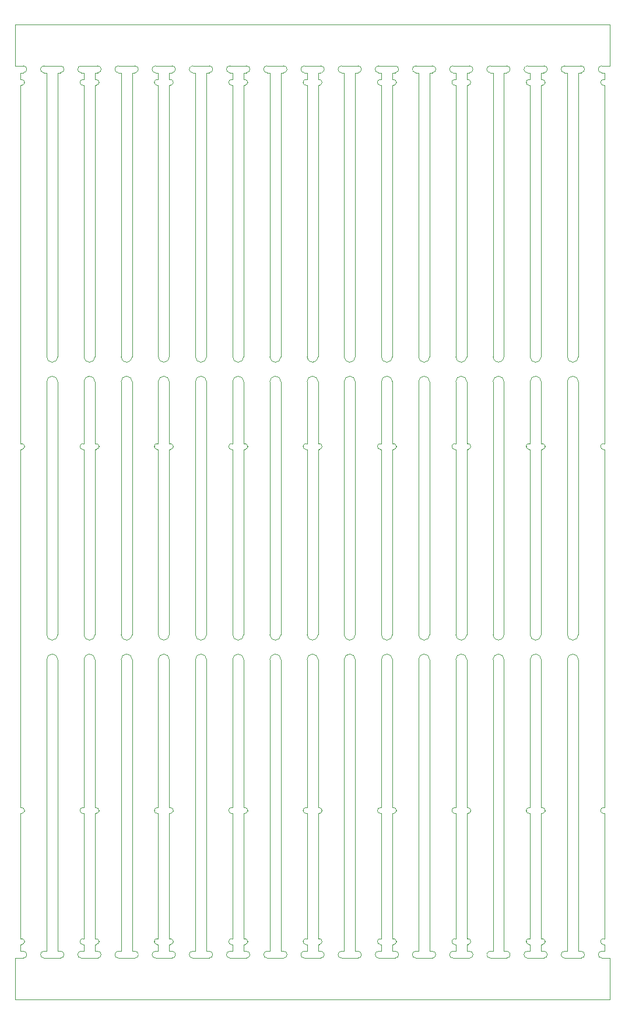
<source format=gbr>
%TF.GenerationSoftware,KiCad,Pcbnew,9.0.3*%
%TF.CreationDate,2025-08-08T13:41:27-04:00*%
%TF.ProjectId,flowstick_led_strip_panel_6p,666c6f77-7374-4696-936b-5f6c65645f73,rev?*%
%TF.SameCoordinates,Original*%
%TF.FileFunction,Profile,NP*%
%FSLAX46Y46*%
G04 Gerber Fmt 4.6, Leading zero omitted, Abs format (unit mm)*
G04 Created by KiCad (PCBNEW 9.0.3) date 2025-08-08 13:41:27*
%MOMM*%
%LPD*%
G01*
G04 APERTURE LIST*
%TA.AperFunction,Profile*%
%ADD10C,0.050000*%
%TD*%
G04 APERTURE END LIST*
D10*
X51370000Y-152979999D02*
X51370000Y-153020001D01*
X51370000Y-153020001D02*
G75*
G02*
X50970002Y-153420000I-400000J1D01*
G01*
X88600000Y-27000000D02*
X88600000Y-68200000D01*
X115600000Y-81620000D02*
X115770002Y-81620000D01*
X70800000Y-134420000D02*
X70629999Y-134420000D01*
X103029999Y-81620000D02*
G75*
G02*
X102630000Y-81220000I1J400000D01*
G01*
X78200000Y-154400000D02*
G75*
G02*
X78200000Y-155400000I0J-500000D01*
G01*
X94000000Y-152580000D02*
X94170001Y-152580000D01*
X113600000Y-27000000D02*
G75*
G02*
X113600000Y-26000000I0J500000D01*
G01*
X103200000Y-27000000D02*
X103200000Y-27980000D01*
X110200000Y-112100000D02*
X110200000Y-154400000D01*
X94400000Y-26000000D02*
G75*
G02*
X94400000Y-27000000I0J-500000D01*
G01*
X70800000Y-27000000D02*
X70800000Y-27980000D01*
X61600000Y-112100000D02*
X61600000Y-133580000D01*
X61600000Y-81620000D02*
X61770002Y-81620000D01*
X103029999Y-28820000D02*
G75*
G02*
X102630000Y-28420000I1J400000D01*
G01*
X70800000Y-133580000D02*
X70629999Y-133580000D01*
X104970001Y-80780000D02*
G75*
G02*
X105370000Y-81179999I-1J-400000D01*
G01*
X126970000Y-153020001D02*
G75*
G02*
X126570002Y-153420000I-400000J1D01*
G01*
X102800000Y-27000000D02*
G75*
G02*
X102800000Y-26000000I0J500000D01*
G01*
X126400000Y-153420000D02*
X126570002Y-153420000D01*
X116170000Y-81179999D02*
X116170000Y-81220001D01*
X70230000Y-133979999D02*
G75*
G02*
X70629999Y-133580000I400000J-1D01*
G01*
X51200000Y-154400000D02*
G75*
G02*
X51200000Y-155400000I0J-500000D01*
G01*
X131800000Y-27000000D02*
X131800000Y-68200000D01*
X135600000Y-81620000D02*
X135600000Y-112100000D01*
X103200000Y-153420000D02*
X103029999Y-153420000D01*
X60000000Y-27980000D02*
X59829999Y-27980000D01*
X135200000Y-155400000D02*
G75*
G02*
X135200000Y-154400000I0J500000D01*
G01*
X105370000Y-152979999D02*
X105370000Y-153020001D01*
X115600000Y-112100000D02*
X115600000Y-133580000D01*
X116170000Y-28420001D02*
G75*
G02*
X115770002Y-28820000I-400000J1D01*
G01*
X135600000Y-112100000D02*
X135600000Y-133580000D01*
X125600000Y-26000000D02*
X124400000Y-26000000D01*
X83200000Y-28820000D02*
X83200000Y-68200000D01*
X94000000Y-27000000D02*
X94000000Y-27980000D01*
X135600000Y-80780000D02*
X135429999Y-80780000D01*
X135030000Y-81179999D02*
X135030000Y-81220000D01*
X131800000Y-71800000D02*
X131800000Y-108500000D01*
X102630000Y-81179999D02*
G75*
G02*
X103029999Y-80780000I400000J-1D01*
G01*
X89000000Y-26000000D02*
G75*
G02*
X89000000Y-27000000I0J-500000D01*
G01*
X114000000Y-112100000D02*
X114000000Y-133580000D01*
X51370000Y-133979999D02*
X51370000Y-134020001D01*
X62170000Y-81220001D02*
G75*
G02*
X61770002Y-81620000I-400000J1D01*
G01*
X56200000Y-27000000D02*
X56200000Y-68200000D01*
X104970001Y-27980000D02*
G75*
G02*
X105370000Y-28379999I-1J-400000D01*
G01*
X119400000Y-112100000D02*
X119400000Y-154400000D01*
X67400000Y-26000000D02*
X66200000Y-26000000D01*
X94000000Y-153420000D02*
X94170002Y-153420000D01*
X115770001Y-152580000D02*
G75*
G02*
X116170000Y-152979999I-1J-400000D01*
G01*
X56600000Y-154400000D02*
G75*
G02*
X56600000Y-155400000I0J-500000D01*
G01*
X77000000Y-155400000D02*
X78200000Y-155400000D01*
X99800000Y-26000000D02*
X98600000Y-26000000D01*
X50800000Y-134420000D02*
X50970002Y-134420000D01*
X62000000Y-26000000D02*
X60800000Y-26000000D01*
X81429999Y-28820000D02*
G75*
G02*
X81030000Y-28420000I1J400000D01*
G01*
X115770001Y-27980000D02*
G75*
G02*
X116170000Y-28379999I-1J-400000D01*
G01*
X50800000Y-71800000D02*
X50800000Y-80780000D01*
X72800000Y-154400000D02*
G75*
G02*
X72800000Y-155400000I0J-500000D01*
G01*
X114000000Y-133580000D02*
X113829999Y-133580000D01*
X126970000Y-133979999D02*
X126970000Y-134020001D01*
X105370000Y-153020001D02*
G75*
G02*
X104970002Y-153420000I-400000J1D01*
G01*
X67000000Y-27000000D02*
X67000000Y-68200000D01*
X70400000Y-154400000D02*
X70800000Y-154400000D01*
X67400000Y-26000000D02*
G75*
G02*
X67400000Y-27000000I0J-500000D01*
G01*
X70800000Y-71800000D02*
X70800000Y-80780000D01*
X72400000Y-81620000D02*
X72400000Y-108500000D01*
X70400000Y-155400000D02*
G75*
G02*
X70400000Y-154400000I0J500000D01*
G01*
X132200000Y-27000000D02*
X131800000Y-27000000D01*
X135200000Y-154400000D02*
X135600000Y-154400000D01*
X72400000Y-133580000D02*
X72570001Y-133580000D01*
X116170000Y-28379999D02*
X116170000Y-28420001D01*
X50800000Y-27980000D02*
X50970001Y-27980000D01*
X70800000Y-134420000D02*
X70800000Y-152580000D01*
X66200000Y-26000000D02*
X65000000Y-26000000D01*
X65000000Y-155400000D02*
X66200000Y-155400000D01*
X114000000Y-134420000D02*
X113829999Y-134420000D01*
X135200000Y-155400000D02*
X136400000Y-155400000D01*
X103200000Y-27980000D02*
X103029999Y-27980000D01*
X135600000Y-134420000D02*
X135600000Y-152580000D01*
X82400000Y-155400000D02*
X83600000Y-155400000D01*
X103200000Y-81620000D02*
X103029999Y-81620000D01*
X83370001Y-27980000D02*
G75*
G02*
X83770000Y-28379999I-1J-400000D01*
G01*
X94570000Y-28420001D02*
G75*
G02*
X94170002Y-28820000I-400000J1D01*
G01*
X104800000Y-27980000D02*
X104970001Y-27980000D01*
X83200000Y-153420000D02*
X83370002Y-153420000D01*
X94570000Y-152979999D02*
X94570000Y-153020001D01*
X126400000Y-27980000D02*
X126570001Y-27980000D01*
X104800000Y-153420000D02*
X104800000Y-154400000D01*
X126970000Y-134020001D02*
G75*
G02*
X126570002Y-134420000I-400000J1D01*
G01*
X124800000Y-81620000D02*
X124629999Y-81620000D01*
X94000000Y-112100000D02*
X94000000Y-133580000D01*
X83200000Y-153420000D02*
X83200000Y-154400000D01*
X94170001Y-80780000D02*
G75*
G02*
X94570000Y-81179999I-1J-400000D01*
G01*
X51370000Y-81220001D02*
G75*
G02*
X50970002Y-81620000I-400000J1D01*
G01*
X60000000Y-81620000D02*
X60000000Y-108500000D01*
X113430000Y-81179999D02*
X113430000Y-81220000D01*
X115600000Y-153420000D02*
X115770002Y-153420000D01*
X83600000Y-26000000D02*
G75*
G02*
X83600000Y-27000000I0J-500000D01*
G01*
X126800000Y-26000000D02*
X125600000Y-26000000D01*
X51370000Y-81179999D02*
X51370000Y-81220001D01*
X116000000Y-26000000D02*
G75*
G02*
X116000000Y-27000000I0J-500000D01*
G01*
X70800000Y-80780000D02*
X70629999Y-80780000D01*
X62170000Y-152979999D02*
X62170000Y-153020001D01*
X114000000Y-28820000D02*
X113829999Y-28820000D01*
X104000000Y-155400000D02*
X105200000Y-155400000D01*
X102800000Y-27000000D02*
X103200000Y-27000000D01*
X70230000Y-28379999D02*
G75*
G02*
X70629999Y-27980000I400000J-1D01*
G01*
X97400000Y-155400000D02*
X98600000Y-155400000D01*
X81600000Y-112100000D02*
X81600000Y-133580000D01*
X104800000Y-152580000D02*
X104970001Y-152580000D01*
X83770000Y-134020001D02*
G75*
G02*
X83370002Y-134420000I-400000J1D01*
G01*
X59600000Y-155400000D02*
G75*
G02*
X59600000Y-154400000I0J500000D01*
G01*
X129800000Y-27000000D02*
X130200000Y-27000000D01*
X81200000Y-155400000D02*
G75*
G02*
X81200000Y-154400000I0J500000D01*
G01*
X72400000Y-80780000D02*
X72570001Y-80780000D01*
X113600000Y-155400000D02*
X114800000Y-155400000D01*
X83200000Y-81620000D02*
X83370002Y-81620000D01*
X105370000Y-28379999D02*
X105370000Y-28420001D01*
X103200000Y-28820000D02*
X103029999Y-28820000D01*
X135429999Y-81620000D02*
G75*
G02*
X135030000Y-81220000I1J400000D01*
G01*
X129800000Y-154400000D02*
X130200000Y-154400000D01*
X126970000Y-28379999D02*
X126970000Y-28420001D01*
X108600000Y-27000000D02*
X108600000Y-68200000D01*
X94000000Y-71800000D02*
X94000000Y-80780000D01*
X105370000Y-28420001D02*
G75*
G02*
X104970002Y-28820000I-400000J1D01*
G01*
X124800000Y-152580000D02*
X124629999Y-152580000D01*
X50800000Y-28820000D02*
X50970002Y-28820000D01*
X124800000Y-134420000D02*
X124629999Y-134420000D01*
X82400000Y-26000000D02*
X81200000Y-26000000D01*
X92400000Y-134420000D02*
X92400000Y-152580000D01*
X115600000Y-154400000D02*
X116000000Y-154400000D01*
X108200000Y-155400000D02*
X109400000Y-155400000D01*
X124800000Y-134420000D02*
X124800000Y-152580000D01*
X88600000Y-112100000D02*
X88600000Y-154400000D01*
X67400000Y-27000000D02*
X67000000Y-27000000D01*
X61600000Y-153420000D02*
X61600000Y-154400000D01*
X102800000Y-155400000D02*
G75*
G02*
X102800000Y-154400000I0J500000D01*
G01*
X81600000Y-133580000D02*
X81429999Y-133580000D01*
X108200000Y-154400000D02*
X108600000Y-154400000D01*
X114000000Y-71800000D02*
X114000000Y-80780000D01*
X126570001Y-152580000D02*
G75*
G02*
X126970000Y-152979999I-1J-400000D01*
G01*
X94000000Y-28820000D02*
X94170002Y-28820000D01*
X135600000Y-71800000D02*
X135600000Y-80780000D01*
X124800000Y-112100000D02*
X124800000Y-133580000D01*
X61600000Y-153420000D02*
X61770002Y-153420000D01*
X50800000Y-153420000D02*
X50970002Y-153420000D01*
X59600000Y-27000000D02*
X60000000Y-27000000D01*
X94570000Y-133979999D02*
X94570000Y-134020001D01*
X124629999Y-81620000D02*
G75*
G02*
X124230000Y-81220000I1J400000D01*
G01*
X61600000Y-81620000D02*
X61600000Y-108500000D01*
X135600000Y-27980000D02*
X135429999Y-27980000D01*
X60800000Y-26000000D02*
X59600000Y-26000000D01*
X115770001Y-133580000D02*
G75*
G02*
X116170000Y-133979999I-1J-400000D01*
G01*
X110600000Y-154400000D02*
G75*
G02*
X110600000Y-155400000I0J-500000D01*
G01*
X70800000Y-81620000D02*
X70629999Y-81620000D01*
X116170000Y-134020001D02*
G75*
G02*
X115770002Y-134420000I-400000J1D01*
G01*
X126970000Y-81220001D02*
G75*
G02*
X126570002Y-81620000I-400000J1D01*
G01*
X102630000Y-133979999D02*
G75*
G02*
X103029999Y-133580000I400000J-1D01*
G01*
X104800000Y-154400000D02*
X105200000Y-154400000D01*
X72970000Y-28379999D02*
X72970000Y-28420001D01*
X135030000Y-28379999D02*
X135030000Y-28420000D01*
X61770001Y-27980000D02*
G75*
G02*
X62170000Y-28379999I-1J-400000D01*
G01*
X51370000Y-28420001D02*
G75*
G02*
X50970002Y-28820000I-400000J1D01*
G01*
X115600000Y-153420000D02*
X115600000Y-154400000D01*
X108600000Y-71800000D02*
X108600018Y-108494634D01*
X61600000Y-80780000D02*
X61770001Y-80780000D01*
X124629999Y-134420000D02*
G75*
G02*
X124230000Y-134020000I1J400000D01*
G01*
X116170000Y-152979999D02*
X116170000Y-153020001D01*
X81030000Y-28379999D02*
X81030000Y-28420000D01*
X72400000Y-152580000D02*
X72570001Y-152580000D01*
X54200000Y-27000000D02*
G75*
G02*
X54200000Y-26000000I0J500000D01*
G01*
X83770000Y-153020001D02*
G75*
G02*
X83370002Y-153420000I-400000J1D01*
G01*
X72400000Y-134420000D02*
X72570002Y-134420000D01*
X121000000Y-112100000D02*
X121000000Y-154400000D01*
X124629999Y-28820000D02*
G75*
G02*
X124230000Y-28420000I1J400000D01*
G01*
X103029999Y-153420000D02*
G75*
G02*
X102630000Y-153020000I1J400000D01*
G01*
X102630000Y-133979999D02*
X102630000Y-134020000D01*
X70400000Y-155400000D02*
X71600000Y-155400000D01*
X51370000Y-134020001D02*
G75*
G02*
X50970002Y-134420000I-400000J1D01*
G01*
X126570001Y-27980000D02*
G75*
G02*
X126970000Y-28379999I-1J-400000D01*
G01*
X124800000Y-27000000D02*
X124800000Y-27980000D01*
X72400000Y-134420000D02*
X72400000Y-152580000D01*
X88600000Y-71800000D02*
X88600000Y-108500000D01*
X89000000Y-26000000D02*
X87800000Y-26000000D01*
X102800000Y-154400000D02*
X103200000Y-154400000D01*
X72970000Y-134020001D02*
G75*
G02*
X72570002Y-134420000I-400000J1D01*
G01*
X51200000Y-27000000D02*
X50800000Y-27000000D01*
X124400000Y-155400000D02*
G75*
G02*
X124400000Y-154400000I0J500000D01*
G01*
X61600000Y-133580000D02*
X61770001Y-133580000D01*
X87000000Y-112100000D02*
X87000000Y-154400000D01*
X94400000Y-26000000D02*
X93200000Y-26000000D01*
X114000000Y-134420000D02*
X114000000Y-152580000D01*
X113430000Y-133979999D02*
G75*
G02*
X113829999Y-133580000I400000J-1D01*
G01*
X92400000Y-153420000D02*
X92229999Y-153420000D01*
X89000000Y-27000000D02*
X88600000Y-27000000D01*
X65400000Y-112100000D02*
X65400000Y-154400000D01*
X92000000Y-154400000D02*
X92400000Y-154400000D01*
X126570001Y-80780000D02*
G75*
G02*
X126970000Y-81179999I-1J-400000D01*
G01*
X92400000Y-134420000D02*
X92229999Y-134420000D01*
X94570000Y-81220001D02*
G75*
G02*
X94170002Y-81620000I-400000J1D01*
G01*
X97800000Y-71800000D02*
X97800018Y-108494634D01*
X99800000Y-154400000D02*
G75*
G02*
X99800000Y-155400000I0J-500000D01*
G01*
X62170000Y-28379999D02*
X62170000Y-28420001D01*
X126400000Y-28820000D02*
X126400000Y-68200000D01*
X105370000Y-81220001D02*
G75*
G02*
X104970002Y-81620000I-400000J1D01*
G01*
X103200000Y-71800000D02*
X103200000Y-80780000D01*
X135030000Y-28379999D02*
G75*
G02*
X135429999Y-27980000I400000J-1D01*
G01*
X50970001Y-27980000D02*
G75*
G02*
X51370000Y-28379999I-1J-400000D01*
G01*
X126400000Y-133580000D02*
X126570001Y-133580000D01*
X114000000Y-28820000D02*
X114000000Y-68200000D01*
X70800000Y-27980000D02*
X70629999Y-27980000D01*
X126800000Y-154400000D02*
G75*
G02*
X126800000Y-155400000I0J-500000D01*
G01*
X115600000Y-134420000D02*
X115600000Y-152580000D01*
X92229999Y-153420000D02*
G75*
G02*
X91830000Y-153020000I1J400000D01*
G01*
X124230000Y-152979999D02*
G75*
G02*
X124629999Y-152580000I400000J-1D01*
G01*
X65400000Y-71800000D02*
X65400018Y-108494634D01*
X86600000Y-154400000D02*
X87000000Y-154400000D01*
X59600000Y-27000000D02*
G75*
G02*
X59600000Y-26000000I0J500000D01*
G01*
X114000000Y-27000000D02*
X114000000Y-27980000D01*
X92000000Y-27000000D02*
G75*
G02*
X92000000Y-26000000I0J500000D01*
G01*
X59430000Y-81179999D02*
G75*
G02*
X59829999Y-80780000I400000J-1D01*
G01*
X56200000Y-71800000D02*
X56200000Y-108500000D01*
X81030000Y-133979999D02*
G75*
G02*
X81429999Y-133580000I400000J-1D01*
G01*
X83370001Y-152580000D02*
G75*
G02*
X83770000Y-152979999I-1J-400000D01*
G01*
X92400000Y-28820000D02*
X92229999Y-28820000D01*
X50800000Y-154400000D02*
X51200000Y-154400000D01*
X54600000Y-71800000D02*
X54600018Y-108494634D01*
X92400000Y-153420000D02*
X92400000Y-154400000D01*
X83200000Y-27000000D02*
X83200000Y-27980000D01*
X50800000Y-80780000D02*
X50970001Y-80780000D01*
X126400000Y-80780000D02*
X126570001Y-80780000D01*
X135600000Y-81620000D02*
X135429999Y-81620000D01*
X81600000Y-80780000D02*
X81429999Y-80780000D01*
X87000000Y-27000000D02*
X87000000Y-68200000D01*
X94170001Y-133580000D02*
G75*
G02*
X94570000Y-133979999I-1J-400000D01*
G01*
X72970000Y-28420001D02*
G75*
G02*
X72570002Y-28820000I-400000J1D01*
G01*
X72970000Y-153020001D02*
G75*
G02*
X72570002Y-153420000I-400000J1D01*
G01*
X114000000Y-80780000D02*
X113829999Y-80780000D01*
X115600000Y-134420000D02*
X115770002Y-134420000D01*
X60000000Y-71800000D02*
X60000000Y-80780000D01*
X132200000Y-154400000D02*
G75*
G02*
X132200000Y-155400000I0J-500000D01*
G01*
X135600000Y-133580000D02*
X135429999Y-133580000D01*
X72570001Y-80780000D02*
G75*
G02*
X72970000Y-81179999I-1J-400000D01*
G01*
X94170001Y-27980000D02*
G75*
G02*
X94570000Y-28379999I-1J-400000D01*
G01*
X92400000Y-27000000D02*
X92400000Y-27980000D01*
X92229999Y-28820000D02*
G75*
G02*
X91830000Y-28420000I1J400000D01*
G01*
X113600000Y-155400000D02*
G75*
G02*
X113600000Y-154400000I0J500000D01*
G01*
X86600000Y-27000000D02*
G75*
G02*
X86600000Y-26000000I0J500000D01*
G01*
X78200000Y-26000000D02*
G75*
G02*
X78200000Y-27000000I0J-500000D01*
G01*
X129800000Y-27000000D02*
G75*
G02*
X129800000Y-26000000I0J500000D01*
G01*
X81600000Y-153420000D02*
X81429999Y-153420000D01*
X83600000Y-27000000D02*
X83200000Y-27000000D01*
X109400000Y-155400000D02*
X110600000Y-155400000D01*
X83200000Y-71800000D02*
X83200000Y-80780000D01*
X62000000Y-27000000D02*
X61600000Y-27000000D01*
X50800000Y-134420000D02*
X50800000Y-152580000D01*
X92000000Y-155400000D02*
X93200000Y-155400000D01*
X135429999Y-28820000D02*
G75*
G02*
X135030000Y-28420000I1J400000D01*
G01*
X124800000Y-27980000D02*
X124629999Y-27980000D01*
X81600000Y-81620000D02*
X81600000Y-108500000D01*
X126800000Y-26000000D02*
G75*
G02*
X126800000Y-27000000I0J-500000D01*
G01*
X104000000Y-26000000D02*
X102800000Y-26000000D01*
X99800000Y-26000000D02*
G75*
G02*
X99800000Y-27000000I0J-500000D01*
G01*
X91830000Y-133979999D02*
G75*
G02*
X92229999Y-133580000I400000J-1D01*
G01*
X83770000Y-152979999D02*
X83770000Y-153020001D01*
X103200000Y-28820000D02*
X103200000Y-68200000D01*
X59430000Y-152979999D02*
X59430000Y-153020000D01*
X135030000Y-152979999D02*
X135030000Y-153020000D01*
X81030000Y-81179999D02*
G75*
G02*
X81429999Y-80780000I400000J-1D01*
G01*
X70230000Y-81179999D02*
G75*
G02*
X70629999Y-80780000I400000J-1D01*
G01*
X81600000Y-28820000D02*
X81600000Y-68200000D01*
X105200000Y-26000000D02*
X104000000Y-26000000D01*
X83200000Y-80780000D02*
X83370001Y-80780000D01*
X66200000Y-155400000D02*
X67400000Y-155400000D01*
X83200000Y-152580000D02*
X83370001Y-152580000D01*
X92400000Y-81620000D02*
X92400000Y-108500000D01*
X114000000Y-152580000D02*
X113829999Y-152580000D01*
X92400000Y-80780000D02*
X92229999Y-80780000D01*
X77800000Y-71800000D02*
X77800000Y-108500000D01*
X56600000Y-26000000D02*
G75*
G02*
X56600000Y-27000000I0J-500000D01*
G01*
X116170000Y-153020001D02*
G75*
G02*
X115770002Y-153420000I-400000J1D01*
G01*
X72800000Y-26000000D02*
G75*
G02*
X72800000Y-27000000I0J-500000D01*
G01*
X81030000Y-133979999D02*
X81030000Y-134020000D01*
X102630000Y-81179999D02*
X102630000Y-81220000D01*
X103200000Y-134420000D02*
X103029999Y-134420000D01*
X86600000Y-155400000D02*
G75*
G02*
X86600000Y-154400000I0J500000D01*
G01*
X56600000Y-26000000D02*
X55400000Y-26000000D01*
X50800000Y-81620000D02*
X50970002Y-81620000D01*
X93200000Y-26000000D02*
X92000000Y-26000000D01*
X60000000Y-112100000D02*
X60000000Y-133580000D01*
X70800000Y-28820000D02*
X70629999Y-28820000D01*
X113430000Y-133979999D02*
X113430000Y-134020000D01*
X119000000Y-154400000D02*
X119400000Y-154400000D01*
X131000000Y-155400000D02*
X132200000Y-155400000D01*
X81600000Y-27000000D02*
X81600000Y-27980000D01*
X126970000Y-28420001D02*
G75*
G02*
X126570002Y-28820000I-400000J1D01*
G01*
X56200000Y-112100000D02*
X56200000Y-154400000D01*
X62000000Y-154400000D02*
G75*
G02*
X62000000Y-155400000I0J-500000D01*
G01*
X93200000Y-155400000D02*
X94400000Y-155400000D01*
X92400000Y-81620000D02*
X92229999Y-81620000D01*
X121400000Y-27000000D02*
X121000000Y-27000000D01*
X70800000Y-81620000D02*
X70800000Y-108500000D01*
X70800000Y-153420000D02*
X70800000Y-154400000D01*
X124800000Y-81620000D02*
X124800000Y-108500000D01*
X115600000Y-133580000D02*
X115770001Y-133580000D01*
X67000000Y-71800000D02*
X67000000Y-108500000D01*
X121400000Y-154400000D02*
G75*
G02*
X121400000Y-155400000I0J-500000D01*
G01*
X91830000Y-152979999D02*
X91830000Y-153020000D01*
X94000000Y-153420000D02*
X94000000Y-154400000D01*
X65400000Y-27000000D02*
X65400000Y-68200000D01*
X72800000Y-27000000D02*
X72400000Y-27000000D01*
X91830000Y-28379999D02*
G75*
G02*
X92229999Y-27980000I400000J-1D01*
G01*
X108200000Y-155400000D02*
G75*
G02*
X108200000Y-154400000I0J500000D01*
G01*
X119000000Y-27000000D02*
X119400000Y-27000000D01*
X94570000Y-28379999D02*
X94570000Y-28420001D01*
X81600000Y-153420000D02*
X81600000Y-154400000D01*
X51200000Y-26000000D02*
X50000000Y-26000000D01*
X103200000Y-112100000D02*
X103200000Y-133580000D01*
X135600000Y-28820000D02*
X135429999Y-28820000D01*
X114000000Y-81620000D02*
X113829999Y-81620000D01*
X124230000Y-152979999D02*
X124230000Y-153020000D01*
X88600000Y-154400000D02*
X89000000Y-154400000D01*
X60000000Y-28820000D02*
X59829999Y-28820000D01*
X113430000Y-152979999D02*
X113430000Y-153020000D01*
X135030000Y-81179999D02*
G75*
G02*
X135429999Y-80780000I400000J-1D01*
G01*
X94000000Y-81620000D02*
X94000000Y-108500000D01*
X110200000Y-154400000D02*
X110600000Y-154400000D01*
X102630000Y-152979999D02*
X102630000Y-153020000D01*
X115600000Y-28820000D02*
X115600000Y-68200000D01*
X135600000Y-27000000D02*
X135600000Y-27980000D01*
X81600000Y-27980000D02*
X81429999Y-27980000D01*
X76200000Y-112100000D02*
X76200000Y-154400000D01*
X115600000Y-27980000D02*
X115770001Y-27980000D01*
X59829999Y-134420000D02*
G75*
G02*
X59430000Y-134020000I1J400000D01*
G01*
X129800000Y-155400000D02*
G75*
G02*
X129800000Y-154400000I0J500000D01*
G01*
X121400000Y-26000000D02*
X120200000Y-26000000D01*
X75800000Y-155400000D02*
G75*
G02*
X75800000Y-154400000I0J500000D01*
G01*
X70230000Y-133979999D02*
X70230000Y-134020000D01*
X81600000Y-152580000D02*
X81429999Y-152580000D01*
X135030000Y-152979999D02*
G75*
G02*
X135429999Y-152580000I400000J-1D01*
G01*
X97400000Y-154400000D02*
X97800000Y-154400000D01*
X62170000Y-134020001D02*
G75*
G02*
X61770002Y-134420000I-400000J1D01*
G01*
X72970000Y-81179999D02*
X72970000Y-81220001D01*
X104800000Y-153420000D02*
X104970002Y-153420000D01*
X124230000Y-133979999D02*
X124230000Y-134020000D01*
X70800000Y-112100000D02*
X70800000Y-133580000D01*
X113430000Y-152979999D02*
G75*
G02*
X113829999Y-152580000I400000J-1D01*
G01*
X124629999Y-153420000D02*
G75*
G02*
X124230000Y-153020000I1J400000D01*
G01*
X126400000Y-154400000D02*
X126800000Y-154400000D01*
X116000000Y-154400000D02*
G75*
G02*
X116000000Y-155400000I0J-500000D01*
G01*
X110600000Y-26000000D02*
X109400000Y-26000000D01*
X94000000Y-134420000D02*
X94170002Y-134420000D01*
X92229999Y-134420000D02*
G75*
G02*
X91830000Y-134020000I1J400000D01*
G01*
X50970001Y-133580000D02*
G75*
G02*
X51370000Y-133979999I-1J-400000D01*
G01*
X51370000Y-28379999D02*
X51370000Y-28420001D01*
X126800000Y-27000000D02*
X126400000Y-27000000D01*
X50800000Y-81620000D02*
X50800000Y-112100000D01*
X121000000Y-154400000D02*
X121400000Y-154400000D01*
X61600000Y-154400000D02*
X62000000Y-154400000D01*
X92000000Y-155400000D02*
G75*
G02*
X92000000Y-154400000I0J500000D01*
G01*
X135200000Y-27000000D02*
X135600000Y-27000000D01*
X75800000Y-27000000D02*
G75*
G02*
X75800000Y-26000000I0J500000D01*
G01*
X61600000Y-134420000D02*
X61600000Y-152580000D01*
X120200000Y-26000000D02*
X119000000Y-26000000D01*
X61600000Y-28820000D02*
X61770002Y-28820000D01*
X124230000Y-28379999D02*
X124230000Y-28420000D01*
X116000000Y-27000000D02*
X115600000Y-27000000D01*
X124230000Y-28379999D02*
G75*
G02*
X124629999Y-27980000I400000J-1D01*
G01*
X94000000Y-134420000D02*
X94000000Y-152580000D01*
X61600000Y-27980000D02*
X61770001Y-27980000D01*
X91830000Y-152979999D02*
G75*
G02*
X92229999Y-152580000I400000J-1D01*
G01*
X81600000Y-134420000D02*
X81429999Y-134420000D01*
X70230000Y-152979999D02*
X70230000Y-153020000D01*
X75800000Y-27000000D02*
X76200000Y-27000000D01*
X71600000Y-155400000D02*
X72800000Y-155400000D01*
X81030000Y-152979999D02*
X81030000Y-153020000D01*
X59430000Y-133979999D02*
G75*
G02*
X59829999Y-133580000I400000J-1D01*
G01*
X81030000Y-28379999D02*
G75*
G02*
X81429999Y-27980000I400000J-1D01*
G01*
X104800000Y-28820000D02*
X104970002Y-28820000D01*
X136400000Y-161400000D02*
X60800000Y-161400000D01*
X99400000Y-154400000D02*
X99800000Y-154400000D01*
X105370000Y-134020001D02*
G75*
G02*
X104970002Y-134420000I-400000J1D01*
G01*
X61600000Y-28820000D02*
X61600000Y-68200000D01*
X54200000Y-154400000D02*
X54600000Y-154400000D01*
X83200000Y-134420000D02*
X83370002Y-134420000D01*
X126400000Y-152580000D02*
X126570001Y-152580000D01*
X65000000Y-27000000D02*
G75*
G02*
X65000000Y-26000000I0J500000D01*
G01*
X94570000Y-81179999D02*
X94570000Y-81220001D01*
X130200000Y-112100000D02*
X130200000Y-154400000D01*
X54600000Y-112100000D02*
X54600000Y-154400000D01*
X81200000Y-27000000D02*
X81600000Y-27000000D01*
X130200000Y-71800000D02*
X130200018Y-108494634D01*
X124800000Y-28820000D02*
X124800000Y-68200000D01*
X135600000Y-28820000D02*
X135600000Y-71800000D01*
X50800000Y-153420000D02*
X50800000Y-154400000D01*
X91830000Y-81179999D02*
G75*
G02*
X92229999Y-80780000I400000J-1D01*
G01*
X98600000Y-26000000D02*
X97400000Y-26000000D01*
X92000000Y-27000000D02*
X92400000Y-27000000D01*
X114000000Y-27980000D02*
X113829999Y-27980000D01*
X104800000Y-134420000D02*
X104970002Y-134420000D01*
X126400000Y-153420000D02*
X126400000Y-154400000D01*
X72970000Y-81220001D02*
G75*
G02*
X72570002Y-81620000I-400000J1D01*
G01*
X50000000Y-161400000D02*
X60800000Y-161400000D01*
X108600000Y-112100000D02*
X108600000Y-154400000D01*
X83370001Y-133580000D02*
G75*
G02*
X83770000Y-133979999I-1J-400000D01*
G01*
X59829999Y-28820000D02*
G75*
G02*
X59430000Y-28420000I1J400000D01*
G01*
X135600000Y-153420000D02*
X135600000Y-154400000D01*
X94400000Y-154400000D02*
G75*
G02*
X94400000Y-155400000I0J-500000D01*
G01*
X72400000Y-71800000D02*
X72400000Y-80780000D01*
X126400000Y-134420000D02*
X126570002Y-134420000D01*
X83770000Y-81220001D02*
G75*
G02*
X83370002Y-81620000I-400000J1D01*
G01*
X131800000Y-112100000D02*
X131800000Y-154400000D01*
X60000000Y-28820000D02*
X60000000Y-68200000D01*
X113829999Y-153420000D02*
G75*
G02*
X113430000Y-153020000I1J400000D01*
G01*
X108200000Y-27000000D02*
G75*
G02*
X108200000Y-26000000I0J500000D01*
G01*
X113430000Y-28379999D02*
X113430000Y-28420000D01*
X72400000Y-28820000D02*
X72570002Y-28820000D01*
X71600000Y-26000000D02*
X70400000Y-26000000D01*
X110200000Y-27000000D02*
X110200000Y-68200000D01*
X78200000Y-27000000D02*
X77800000Y-27000000D01*
X72570001Y-133580000D02*
G75*
G02*
X72970000Y-133979999I-1J-400000D01*
G01*
X59600000Y-155400000D02*
X60800000Y-155400000D01*
X136400000Y-155400000D02*
X136400000Y-161400000D01*
X77800000Y-154400000D02*
X78200000Y-154400000D01*
X126400000Y-112100000D02*
X126400000Y-133580000D01*
X70629999Y-153420000D02*
G75*
G02*
X70230000Y-153020000I1J400000D01*
G01*
X70629999Y-81620000D02*
G75*
G02*
X70230000Y-81220000I1J400000D01*
G01*
X131000000Y-26000000D02*
X129800000Y-26000000D01*
X72400000Y-154400000D02*
X72800000Y-154400000D01*
X83200000Y-112100000D02*
X83200000Y-133580000D01*
X129800000Y-155400000D02*
X131000000Y-155400000D01*
X108200000Y-27000000D02*
X108600000Y-27000000D01*
X115770001Y-80780000D02*
G75*
G02*
X116170000Y-81179999I-1J-400000D01*
G01*
X94170001Y-152580000D02*
G75*
G02*
X94570000Y-152979999I-1J-400000D01*
G01*
X83770000Y-81179999D02*
X83770000Y-81220001D01*
X92400000Y-152580000D02*
X92229999Y-152580000D01*
X51200000Y-26000000D02*
G75*
G02*
X51200000Y-27000000I0J-500000D01*
G01*
X126400000Y-27000000D02*
X126400000Y-27980000D01*
X135429999Y-153420000D02*
G75*
G02*
X135030000Y-153020000I1J400000D01*
G01*
X135600000Y-134420000D02*
X135429999Y-134420000D01*
X94000000Y-81620000D02*
X94170002Y-81620000D01*
X126970000Y-81179999D02*
X126970000Y-81220001D01*
X126400000Y-81620000D02*
X126570002Y-81620000D01*
X104800000Y-133580000D02*
X104970001Y-133580000D01*
X124230000Y-133979999D02*
G75*
G02*
X124629999Y-133580000I400000J-1D01*
G01*
X125600000Y-155400000D02*
X126800000Y-155400000D01*
X119000000Y-155400000D02*
G75*
G02*
X119000000Y-154400000I0J500000D01*
G01*
X114800000Y-155400000D02*
X116000000Y-155400000D01*
X60000000Y-153420000D02*
X60000000Y-154400000D01*
X135030000Y-133979999D02*
G75*
G02*
X135429999Y-133580000I400000J-1D01*
G01*
X83200000Y-27980000D02*
X83370001Y-27980000D01*
X109400000Y-26000000D02*
X108200000Y-26000000D01*
X70400000Y-27000000D02*
G75*
G02*
X70400000Y-26000000I0J500000D01*
G01*
X104970001Y-133580000D02*
G75*
G02*
X105370000Y-133979999I-1J-400000D01*
G01*
X126400000Y-81620000D02*
X126400000Y-108500000D01*
X120200000Y-155400000D02*
X121400000Y-155400000D01*
X110200000Y-71800000D02*
X110200000Y-108500000D01*
X60000000Y-152580000D02*
X59829999Y-152580000D01*
X114000000Y-81620000D02*
X114000000Y-108500000D01*
X94570000Y-153020001D02*
G75*
G02*
X94170002Y-153420000I-400000J1D01*
G01*
X113600000Y-154400000D02*
X114000000Y-154400000D01*
X91830000Y-28379999D02*
X91830000Y-28420000D01*
X60000000Y-153420000D02*
X59829999Y-153420000D01*
X126400000Y-134420000D02*
X126400000Y-152580000D01*
X103029999Y-134420000D02*
G75*
G02*
X102630000Y-134020000I1J400000D01*
G01*
X121000000Y-27000000D02*
X121000000Y-68200000D01*
X124800000Y-71800000D02*
X124800000Y-80780000D01*
X119400000Y-71800000D02*
X119400018Y-108494634D01*
X67000000Y-112100000D02*
X67000000Y-154400000D01*
X98600000Y-155400000D02*
X99800000Y-155400000D01*
X124230000Y-81179999D02*
X124230000Y-81220000D01*
X77000000Y-26000000D02*
X75800000Y-26000000D01*
X59430000Y-133979999D02*
X59430000Y-134020000D01*
X61600000Y-27000000D02*
X61600000Y-27980000D01*
X72970000Y-133979999D02*
X72970000Y-134020001D01*
X104970001Y-152580000D02*
G75*
G02*
X105370000Y-152979999I-1J-400000D01*
G01*
X104800000Y-71800000D02*
X104800000Y-80780000D01*
X50000000Y-20000000D02*
X50000000Y-26000000D01*
X124400000Y-155400000D02*
X125600000Y-155400000D01*
X132200000Y-26000000D02*
X131000000Y-26000000D01*
X124400000Y-27000000D02*
G75*
G02*
X124400000Y-26000000I0J500000D01*
G01*
X56600000Y-27000000D02*
X56200000Y-27000000D01*
X116000000Y-26000000D02*
X114800000Y-26000000D01*
X50800000Y-28820000D02*
X50800000Y-71800000D01*
X94000000Y-28820000D02*
X94000000Y-68200000D01*
X70400000Y-27000000D02*
X70800000Y-27000000D01*
X81429999Y-134420000D02*
G75*
G02*
X81030000Y-134020000I1J400000D01*
G01*
X94400000Y-27000000D02*
X94000000Y-27000000D01*
X104800000Y-28820000D02*
X104800000Y-68200000D01*
X59600000Y-154400000D02*
X60000000Y-154400000D01*
X119400000Y-27000000D02*
X119400000Y-68200000D01*
X59430000Y-28379999D02*
G75*
G02*
X59829999Y-27980000I400000J-1D01*
G01*
X132200000Y-26000000D02*
G75*
G02*
X132200000Y-27000000I0J-500000D01*
G01*
X116170000Y-81220001D02*
G75*
G02*
X115770002Y-81620000I-400000J1D01*
G01*
X99800000Y-27000000D02*
X99400000Y-27000000D01*
X105370000Y-133979999D02*
X105370000Y-134020001D01*
X126970000Y-152979999D02*
X126970000Y-153020001D01*
X115600000Y-27000000D02*
X115600000Y-27980000D01*
X55400000Y-155400000D02*
X56600000Y-155400000D01*
X92229999Y-81620000D02*
G75*
G02*
X91830000Y-81220000I1J400000D01*
G01*
X102630000Y-28379999D02*
X102630000Y-28420000D01*
X92400000Y-27980000D02*
X92229999Y-27980000D01*
X70800000Y-28820000D02*
X70800000Y-68200000D01*
X83200000Y-154400000D02*
X83600000Y-154400000D01*
X119000000Y-27000000D02*
G75*
G02*
X119000000Y-26000000I0J500000D01*
G01*
X83200000Y-81620000D02*
X83200000Y-108500000D01*
X50000000Y-20000000D02*
X136400000Y-20000000D01*
X59430000Y-152979999D02*
G75*
G02*
X59829999Y-152580000I400000J-1D01*
G01*
X81600000Y-81620000D02*
X81429999Y-81620000D01*
X102630000Y-28379999D02*
G75*
G02*
X103029999Y-27980000I400000J-1D01*
G01*
X105370000Y-81179999D02*
X105370000Y-81220001D01*
X54200000Y-27000000D02*
X54600000Y-27000000D01*
X76200000Y-71800000D02*
X76200018Y-108494634D01*
X113829999Y-28820000D02*
G75*
G02*
X113430000Y-28420000I1J400000D01*
G01*
X104800000Y-80780000D02*
X104970001Y-80780000D01*
X60000000Y-80780000D02*
X59829999Y-80780000D01*
X105200000Y-154400000D02*
G75*
G02*
X105200000Y-155400000I0J-500000D01*
G01*
X62000000Y-26000000D02*
G75*
G02*
X62000000Y-27000000I0J-500000D01*
G01*
X60000000Y-27000000D02*
X60000000Y-27980000D01*
X62170000Y-133979999D02*
X62170000Y-134020001D01*
X50800000Y-152580000D02*
X50970001Y-152580000D01*
X119000000Y-155400000D02*
X120200000Y-155400000D01*
X99400000Y-71800000D02*
X99400000Y-108500000D01*
X59829999Y-81620000D02*
G75*
G02*
X59430000Y-81220000I1J400000D01*
G01*
X86600000Y-27000000D02*
X87000000Y-27000000D01*
X89000000Y-154400000D02*
G75*
G02*
X89000000Y-155400000I0J-500000D01*
G01*
X113600000Y-27000000D02*
X114000000Y-27000000D01*
X83770000Y-28379999D02*
X83770000Y-28420001D01*
X72570001Y-27980000D02*
G75*
G02*
X72970000Y-28379999I-1J-400000D01*
G01*
X81600000Y-134420000D02*
X81600000Y-152580000D01*
X126400000Y-28820000D02*
X126570002Y-28820000D01*
X56200000Y-154400000D02*
X56600000Y-154400000D01*
X97400000Y-27000000D02*
G75*
G02*
X97400000Y-26000000I0J500000D01*
G01*
X94000000Y-27980000D02*
X94170001Y-27980000D01*
X72570001Y-152580000D02*
G75*
G02*
X72970000Y-152979999I-1J-400000D01*
G01*
X83770000Y-133979999D02*
X83770000Y-134020001D01*
X87800000Y-26000000D02*
X86600000Y-26000000D01*
X72400000Y-81620000D02*
X72570002Y-81620000D01*
X70230000Y-152979999D02*
G75*
G02*
X70629999Y-152580000I400000J-1D01*
G01*
X91830000Y-81179999D02*
X91830000Y-81220000D01*
X81030000Y-81179999D02*
X81030000Y-81220000D01*
X50800000Y-27000000D02*
X50800000Y-27980000D01*
X50970001Y-152580000D02*
G75*
G02*
X51370000Y-152979999I-1J-400000D01*
G01*
X59430000Y-28379999D02*
X59430000Y-28420000D01*
X116170000Y-133979999D02*
X116170000Y-134020001D01*
X121000000Y-71800000D02*
X121000000Y-108500000D01*
X70629999Y-28820000D02*
G75*
G02*
X70230000Y-28420000I1J400000D01*
G01*
X114000000Y-153420000D02*
X114000000Y-154400000D01*
X102630000Y-152979999D02*
G75*
G02*
X103029999Y-152580000I400000J-1D01*
G01*
X114000000Y-153420000D02*
X113829999Y-153420000D01*
X67400000Y-154400000D02*
G75*
G02*
X67400000Y-155400000I0J-500000D01*
G01*
X72400000Y-27000000D02*
X72400000Y-27980000D01*
X72400000Y-153420000D02*
X72570002Y-153420000D01*
X115600000Y-80780000D02*
X115770001Y-80780000D01*
X99400000Y-112100000D02*
X99400000Y-154400000D01*
X50970001Y-80780000D02*
G75*
G02*
X51370000Y-81179999I-1J-400000D01*
G01*
X103200000Y-152580000D02*
X103029999Y-152580000D01*
X50800000Y-112100000D02*
X50800000Y-133580000D01*
X97800000Y-27000000D02*
X97800000Y-68200000D01*
X87000000Y-71800000D02*
X87000018Y-108494634D01*
X102800000Y-155400000D02*
X104000000Y-155400000D01*
X124800000Y-133580000D02*
X124629999Y-133580000D01*
X104800000Y-81620000D02*
X104970002Y-81620000D01*
X81429999Y-81620000D02*
G75*
G02*
X81030000Y-81220000I1J400000D01*
G01*
X115600000Y-28820000D02*
X115770002Y-28820000D01*
X104800000Y-81620000D02*
X104800000Y-108500000D01*
X104800000Y-27000000D02*
X104800000Y-27980000D01*
X60000000Y-81620000D02*
X59829999Y-81620000D01*
X77800000Y-27000000D02*
X77800000Y-68200000D01*
X103200000Y-133580000D02*
X103029999Y-133580000D01*
X92400000Y-112100000D02*
X92400000Y-133580000D01*
X94000000Y-133580000D02*
X94170001Y-133580000D01*
X50800000Y-133580000D02*
X50970001Y-133580000D01*
X75800000Y-154400000D02*
X76200000Y-154400000D01*
X92400000Y-28820000D02*
X92400000Y-68200000D01*
X50000000Y-155400000D02*
X51200000Y-155400000D01*
X99400000Y-27000000D02*
X99400000Y-68200000D01*
X114800000Y-26000000D02*
X113600000Y-26000000D01*
X60000000Y-134420000D02*
X60000000Y-152580000D01*
X61770001Y-80780000D02*
G75*
G02*
X62170000Y-81179999I-1J-400000D01*
G01*
X103200000Y-153420000D02*
X103200000Y-154400000D01*
X103200000Y-80780000D02*
X103029999Y-80780000D01*
X72970000Y-152979999D02*
X72970000Y-153020001D01*
X77800000Y-112100000D02*
X77800000Y-154400000D01*
X135600000Y-153420000D02*
X135429999Y-153420000D01*
X70230000Y-81179999D02*
X70230000Y-81220000D01*
X113430000Y-81179999D02*
G75*
G02*
X113829999Y-80780000I400000J-1D01*
G01*
X115600000Y-71800000D02*
X115600000Y-80780000D01*
X60000000Y-133580000D02*
X59829999Y-133580000D01*
X121400000Y-26000000D02*
G75*
G02*
X121400000Y-27000000I0J-500000D01*
G01*
X92400000Y-71800000D02*
X92400000Y-80780000D01*
X65000000Y-154400000D02*
X65400000Y-154400000D01*
X83770000Y-28420001D02*
G75*
G02*
X83370002Y-28820000I-400000J1D01*
G01*
X70800000Y-152580000D02*
X70629999Y-152580000D01*
X131800000Y-154400000D02*
X132200000Y-154400000D01*
X72400000Y-153420000D02*
X72400000Y-154400000D01*
X60800000Y-155400000D02*
X62000000Y-155400000D01*
X94570000Y-134020001D02*
G75*
G02*
X94170002Y-134420000I-400000J1D01*
G01*
X115600000Y-81620000D02*
X115600000Y-108500000D01*
X62170000Y-153020001D02*
G75*
G02*
X61770002Y-153420000I-400000J1D01*
G01*
X97800000Y-112100000D02*
X97800000Y-154400000D01*
X72400000Y-28820000D02*
X72400000Y-68200000D01*
X83370001Y-80780000D02*
G75*
G02*
X83770000Y-81179999I-1J-400000D01*
G01*
X83200000Y-28820000D02*
X83370002Y-28820000D01*
X87800000Y-155400000D02*
X89000000Y-155400000D01*
X61770001Y-133580000D02*
G75*
G02*
X62170000Y-133979999I-1J-400000D01*
G01*
X135429999Y-134420000D02*
G75*
G02*
X135030000Y-134020000I1J400000D01*
G01*
X103200000Y-134420000D02*
X103200000Y-152580000D01*
X135030000Y-133979999D02*
X135030000Y-134020000D01*
X76200000Y-27000000D02*
X76200000Y-68200000D01*
X65000000Y-27000000D02*
X65400000Y-27000000D01*
X54200000Y-155400000D02*
G75*
G02*
X54200000Y-154400000I0J500000D01*
G01*
X81200000Y-154400000D02*
X81600000Y-154400000D01*
X70800000Y-153420000D02*
X70629999Y-153420000D01*
X54200000Y-155400000D02*
X55400000Y-155400000D01*
X70629999Y-134420000D02*
G75*
G02*
X70230000Y-134020000I1J400000D01*
G01*
X83200000Y-133580000D02*
X83370001Y-133580000D01*
X62170000Y-28420001D02*
G75*
G02*
X61770002Y-28820000I-400000J1D01*
G01*
X60000000Y-134420000D02*
X59829999Y-134420000D01*
X65000000Y-155400000D02*
G75*
G02*
X65000000Y-154400000I0J500000D01*
G01*
X113829999Y-81620000D02*
G75*
G02*
X113430000Y-81220000I1J400000D01*
G01*
X103200000Y-81620000D02*
X103200000Y-108500000D01*
X70230000Y-28379999D02*
X70230000Y-28420000D01*
X61600000Y-134420000D02*
X61770002Y-134420000D01*
X97400000Y-155400000D02*
G75*
G02*
X97400000Y-154400000I0J500000D01*
G01*
X94000000Y-80780000D02*
X94170001Y-80780000D01*
X59829999Y-153420000D02*
G75*
G02*
X59430000Y-153020000I1J400000D01*
G01*
X61770001Y-152580000D02*
G75*
G02*
X62170000Y-152979999I-1J-400000D01*
G01*
X81200000Y-27000000D02*
G75*
G02*
X81200000Y-26000000I0J500000D01*
G01*
X124800000Y-28820000D02*
X124629999Y-28820000D01*
X55400000Y-26000000D02*
X54200000Y-26000000D01*
X104800000Y-134420000D02*
X104800000Y-152580000D01*
X75800000Y-155400000D02*
X77000000Y-155400000D01*
X136400000Y-20000000D02*
X136400000Y-26000000D01*
X78200000Y-26000000D02*
X77000000Y-26000000D01*
X91830000Y-133979999D02*
X91830000Y-134020000D01*
X83200000Y-134420000D02*
X83200000Y-152580000D01*
X54600000Y-27000000D02*
X54600000Y-68200000D01*
X81429999Y-153420000D02*
G75*
G02*
X81030000Y-153020000I1J400000D01*
G01*
X81200000Y-155400000D02*
X82400000Y-155400000D01*
X113829999Y-134420000D02*
G75*
G02*
X113430000Y-134020000I1J400000D01*
G01*
X135200000Y-27000000D02*
G75*
G02*
X135200000Y-26000000I0J500000D01*
G01*
X86600000Y-155400000D02*
X87800000Y-155400000D01*
X72400000Y-112100000D02*
X72400000Y-133580000D01*
X72800000Y-26000000D02*
X71600000Y-26000000D01*
X124400000Y-27000000D02*
X124800000Y-27000000D01*
X135600000Y-152580000D02*
X135429999Y-152580000D01*
X130200000Y-27000000D02*
X130200000Y-68200000D01*
X72400000Y-27980000D02*
X72570001Y-27980000D01*
X61600000Y-152580000D02*
X61770001Y-152580000D01*
X81600000Y-28820000D02*
X81429999Y-28820000D01*
X67000000Y-154400000D02*
X67400000Y-154400000D01*
X124800000Y-153420000D02*
X124629999Y-153420000D01*
X113430000Y-28379999D02*
G75*
G02*
X113829999Y-27980000I400000J-1D01*
G01*
X50000000Y-155400000D02*
X50000000Y-161400000D01*
X105200000Y-26000000D02*
G75*
G02*
X105200000Y-27000000I0J-500000D01*
G01*
X83600000Y-154400000D02*
G75*
G02*
X83600000Y-155400000I0J-500000D01*
G01*
X126570001Y-133580000D02*
G75*
G02*
X126970000Y-133979999I-1J-400000D01*
G01*
X124800000Y-80780000D02*
X124629999Y-80780000D01*
X59430000Y-81179999D02*
X59430000Y-81220000D01*
X110600000Y-26000000D02*
G75*
G02*
X110600000Y-27000000I0J-500000D01*
G01*
X83600000Y-26000000D02*
X82400000Y-26000000D01*
X94000000Y-154400000D02*
X94400000Y-154400000D01*
X97400000Y-27000000D02*
X97800000Y-27000000D01*
X124230000Y-81179999D02*
G75*
G02*
X124629999Y-80780000I400000J-1D01*
G01*
X124800000Y-153420000D02*
X124800000Y-154400000D01*
X124400000Y-154400000D02*
X124800000Y-154400000D01*
X136400000Y-26000000D02*
X135200000Y-26000000D01*
X115600000Y-152580000D02*
X115770001Y-152580000D01*
X105200000Y-27000000D02*
X104800000Y-27000000D01*
X110600000Y-27000000D02*
X110200000Y-27000000D01*
X62170000Y-81179999D02*
X62170000Y-81220001D01*
X92400000Y-133580000D02*
X92229999Y-133580000D01*
X126400000Y-71800000D02*
X126400000Y-80780000D01*
X104800000Y-112100000D02*
X104800000Y-133580000D01*
X81600000Y-71800000D02*
X81600000Y-80780000D01*
X81030000Y-152979999D02*
G75*
G02*
X81429999Y-152580000I400000J-1D01*
G01*
X61600000Y-71800000D02*
X61600000Y-80780000D01*
%TO.C,REF\u002A\u002A*%
X77000000Y-71000000D02*
G75*
G02*
X77800000Y-71800000I-1J-800001D01*
G01*
X77800000Y-68200000D02*
G75*
G02*
X77000000Y-69000000I-800000J0D01*
G01*
X114000000Y-71800000D02*
G75*
G02*
X114800000Y-71000000I800000J0D01*
G01*
X114800000Y-69000000D02*
G75*
G02*
X114000000Y-68200000I1J800001D01*
G01*
X81600000Y-112100000D02*
G75*
G02*
X82400000Y-111300000I800000J0D01*
G01*
X82400000Y-109300000D02*
G75*
G02*
X81600000Y-108500000I1J800001D01*
G01*
X124800000Y-112100000D02*
G75*
G02*
X125600000Y-111300000I800000J0D01*
G01*
X125600000Y-109300000D02*
G75*
G02*
X124800000Y-108500000I1J800001D01*
G01*
X104000000Y-71000000D02*
G75*
G02*
X104800000Y-71800000I-1J-800001D01*
G01*
X104800000Y-68200000D02*
G75*
G02*
X104000000Y-69000000I-800000J0D01*
G01*
X76200000Y-71800000D02*
G75*
G02*
X77000000Y-71000000I800000J0D01*
G01*
X77000000Y-69000000D02*
G75*
G02*
X76200000Y-68200000I1J800001D01*
G01*
X77000000Y-111300000D02*
G75*
G02*
X77800000Y-112100000I-1J-800001D01*
G01*
X77800000Y-108500000D02*
G75*
G02*
X77000000Y-109300000I-800000J0D01*
G01*
X109400000Y-111300000D02*
G75*
G02*
X110200000Y-112100000I-1J-800001D01*
G01*
X110200000Y-108500000D02*
G75*
G02*
X109400000Y-109300000I-800000J0D01*
G01*
X120200000Y-111300000D02*
G75*
G02*
X121000000Y-112100000I-1J-800001D01*
G01*
X121000000Y-108500000D02*
G75*
G02*
X120200000Y-109300000I-800000J0D01*
G01*
X130200000Y-112100000D02*
G75*
G02*
X131000000Y-111300000I800000J0D01*
G01*
X131000000Y-109300000D02*
G75*
G02*
X130200000Y-108500000I1J800001D01*
G01*
X71600000Y-111300000D02*
G75*
G02*
X72400000Y-112100000I-1J-800001D01*
G01*
X72400000Y-108500000D02*
G75*
G02*
X71600000Y-109300000I-800000J0D01*
G01*
X66200000Y-111300000D02*
G75*
G02*
X67000000Y-112100000I-1J-800001D01*
G01*
X67000000Y-108500000D02*
G75*
G02*
X66200000Y-109300000I-800000J0D01*
G01*
X98600000Y-111300000D02*
G75*
G02*
X99400000Y-112100000I-1J-800001D01*
G01*
X99400000Y-108500000D02*
G75*
G02*
X98600000Y-109300000I-800000J0D01*
G01*
X103200000Y-112100000D02*
G75*
G02*
X104000000Y-111300000I800000J0D01*
G01*
X104000000Y-109300000D02*
G75*
G02*
X103200000Y-108500000I1J800001D01*
G01*
X125600000Y-111300000D02*
G75*
G02*
X126400000Y-112100000I-1J-800001D01*
G01*
X126400000Y-108500000D02*
G75*
G02*
X125600000Y-109300000I-800000J0D01*
G01*
X93200000Y-111300000D02*
G75*
G02*
X94000000Y-112100000I-1J-800001D01*
G01*
X94000000Y-108500000D02*
G75*
G02*
X93200000Y-109300000I-800000J0D01*
G01*
X81600000Y-71800000D02*
G75*
G02*
X82400000Y-71000000I800000J0D01*
G01*
X82400000Y-69000000D02*
G75*
G02*
X81600000Y-68200000I1J800001D01*
G01*
X108600000Y-71800000D02*
G75*
G02*
X109400000Y-71000000I800000J0D01*
G01*
X109400000Y-69000000D02*
G75*
G02*
X108600000Y-68200000I1J800001D01*
G01*
X131000000Y-111300000D02*
G75*
G02*
X131800000Y-112100000I-1J-800001D01*
G01*
X131800000Y-108500000D02*
G75*
G02*
X131000000Y-109300000I-800000J0D01*
G01*
X97800000Y-71800000D02*
G75*
G02*
X98600000Y-71000000I800000J0D01*
G01*
X98600000Y-69000000D02*
G75*
G02*
X97800000Y-68200000I1J800001D01*
G01*
X97800000Y-112100000D02*
G75*
G02*
X98600000Y-111300000I800000J0D01*
G01*
X98600000Y-109300000D02*
G75*
G02*
X97800000Y-108500000I1J800001D01*
G01*
X125600000Y-71000000D02*
G75*
G02*
X126400000Y-71800000I-1J-800001D01*
G01*
X126400000Y-68200000D02*
G75*
G02*
X125600000Y-69000000I-800000J0D01*
G01*
X114000000Y-112100000D02*
G75*
G02*
X114800000Y-111300000I800000J0D01*
G01*
X114800000Y-109300000D02*
G75*
G02*
X114000000Y-108500000I1J800001D01*
G01*
X60000000Y-71800000D02*
G75*
G02*
X60800000Y-71000000I800000J0D01*
G01*
X60800000Y-69000000D02*
G75*
G02*
X60000000Y-68200000I1J800001D01*
G01*
X93200000Y-71000000D02*
G75*
G02*
X94000000Y-71800000I-1J-800001D01*
G01*
X94000000Y-68200000D02*
G75*
G02*
X93200000Y-69000000I-800000J0D01*
G01*
X109400000Y-71000000D02*
G75*
G02*
X110200000Y-71800000I-1J-800001D01*
G01*
X110200000Y-68200000D02*
G75*
G02*
X109400000Y-69000000I-800000J0D01*
G01*
X66200000Y-71000000D02*
G75*
G02*
X67000000Y-71800000I-1J-800001D01*
G01*
X67000000Y-68200000D02*
G75*
G02*
X66200000Y-69000000I-800000J0D01*
G01*
X54600000Y-112100000D02*
G75*
G02*
X55400000Y-111300000I800000J0D01*
G01*
X55400000Y-109300000D02*
G75*
G02*
X54600000Y-108500000I1J800001D01*
G01*
X70800000Y-71800000D02*
G75*
G02*
X71600000Y-71000000I800000J0D01*
G01*
X71600000Y-69000000D02*
G75*
G02*
X70800000Y-68200000I1J800001D01*
G01*
X98600000Y-71000000D02*
G75*
G02*
X99400000Y-71800000I-1J-800001D01*
G01*
X99400000Y-68200000D02*
G75*
G02*
X98600000Y-69000000I-800000J0D01*
G01*
X119400000Y-71800000D02*
G75*
G02*
X120200000Y-71000000I800000J0D01*
G01*
X120200000Y-69000000D02*
G75*
G02*
X119400000Y-68200000I1J800001D01*
G01*
X87800000Y-111300000D02*
G75*
G02*
X88600000Y-112100000I-1J-800001D01*
G01*
X88600000Y-108500000D02*
G75*
G02*
X87800000Y-109300000I-800000J0D01*
G01*
X92400000Y-71800000D02*
G75*
G02*
X93200000Y-71000000I800000J0D01*
G01*
X93200000Y-69000000D02*
G75*
G02*
X92400000Y-68200000I1J800001D01*
G01*
X103200000Y-71800000D02*
G75*
G02*
X104000000Y-71000000I800000J0D01*
G01*
X104000000Y-69000000D02*
G75*
G02*
X103200000Y-68200000I1J800001D01*
G01*
X114800000Y-111300000D02*
G75*
G02*
X115600000Y-112100000I-1J-800001D01*
G01*
X115600000Y-108500000D02*
G75*
G02*
X114800000Y-109300000I-800000J0D01*
G01*
X65400000Y-71800000D02*
G75*
G02*
X66200000Y-71000000I800000J0D01*
G01*
X66200000Y-69000000D02*
G75*
G02*
X65400000Y-68200000I1J800001D01*
G01*
X76200000Y-112100000D02*
G75*
G02*
X77000000Y-111300000I800000J0D01*
G01*
X77000000Y-109300000D02*
G75*
G02*
X76200000Y-108500000I1J800001D01*
G01*
X108600000Y-112100000D02*
G75*
G02*
X109400000Y-111300000I800000J0D01*
G01*
X109400000Y-109300000D02*
G75*
G02*
X108600000Y-108500000I1J800001D01*
G01*
X82400000Y-111300000D02*
G75*
G02*
X83200000Y-112100000I-1J-800001D01*
G01*
X83200000Y-108500000D02*
G75*
G02*
X82400000Y-109300000I-800000J0D01*
G01*
X55400000Y-71000000D02*
G75*
G02*
X56200000Y-71800000I-1J-800001D01*
G01*
X56200000Y-68200000D02*
G75*
G02*
X55400000Y-69000000I-800000J0D01*
G01*
X104000000Y-111300000D02*
G75*
G02*
X104800000Y-112100000I-1J-800001D01*
G01*
X104800000Y-108500000D02*
G75*
G02*
X104000000Y-109300000I-800000J0D01*
G01*
X119400000Y-112100000D02*
G75*
G02*
X120200000Y-111300000I800000J0D01*
G01*
X120200000Y-109300000D02*
G75*
G02*
X119400000Y-108500000I1J800001D01*
G01*
X60800000Y-71000000D02*
G75*
G02*
X61600000Y-71800000I-1J-800001D01*
G01*
X61600000Y-68200000D02*
G75*
G02*
X60800000Y-69000000I-800000J0D01*
G01*
X87000000Y-71800000D02*
G75*
G02*
X87800000Y-71000000I800000J0D01*
G01*
X87800000Y-69000000D02*
G75*
G02*
X87000000Y-68200000I1J800001D01*
G01*
X60800000Y-111300000D02*
G75*
G02*
X61600000Y-112100000I-1J-800001D01*
G01*
X61600000Y-108500000D02*
G75*
G02*
X60800000Y-109300000I-800000J0D01*
G01*
X82400000Y-71000000D02*
G75*
G02*
X83200000Y-71800000I-1J-800001D01*
G01*
X83200000Y-68200000D02*
G75*
G02*
X82400000Y-69000000I-800000J0D01*
G01*
X65400000Y-112100000D02*
G75*
G02*
X66200000Y-111300000I800000J0D01*
G01*
X66200000Y-109300000D02*
G75*
G02*
X65400000Y-108500000I1J800001D01*
G01*
X124800000Y-71800000D02*
G75*
G02*
X125600000Y-71000000I800000J0D01*
G01*
X125600000Y-69000000D02*
G75*
G02*
X124800000Y-68200000I1J800001D01*
G01*
X55400000Y-111300000D02*
G75*
G02*
X56200000Y-112100000I-1J-800001D01*
G01*
X56200000Y-108500000D02*
G75*
G02*
X55400000Y-109300000I-800000J0D01*
G01*
X114800000Y-71000000D02*
G75*
G02*
X115600000Y-71800000I-1J-800001D01*
G01*
X115600000Y-68200000D02*
G75*
G02*
X114800000Y-69000000I-800000J0D01*
G01*
X87000000Y-112100000D02*
G75*
G02*
X87800000Y-111300000I800000J0D01*
G01*
X87800000Y-109300000D02*
G75*
G02*
X87000000Y-108500000I1J800001D01*
G01*
X131000000Y-71000000D02*
G75*
G02*
X131800000Y-71800000I-1J-800001D01*
G01*
X131800000Y-68200000D02*
G75*
G02*
X131000000Y-69000000I-800000J0D01*
G01*
X70800000Y-112100000D02*
G75*
G02*
X71600000Y-111300000I800000J0D01*
G01*
X71600000Y-109300000D02*
G75*
G02*
X70800000Y-108500000I1J800001D01*
G01*
X120200000Y-71000000D02*
G75*
G02*
X121000000Y-71800000I-1J-800001D01*
G01*
X121000000Y-68200000D02*
G75*
G02*
X120200000Y-69000000I-800000J0D01*
G01*
X71600000Y-71000000D02*
G75*
G02*
X72400000Y-71800000I-1J-800001D01*
G01*
X72400000Y-68200000D02*
G75*
G02*
X71600000Y-69000000I-800000J0D01*
G01*
X87800000Y-71000000D02*
G75*
G02*
X88600000Y-71800000I-1J-800001D01*
G01*
X88600000Y-68200000D02*
G75*
G02*
X87800000Y-69000000I-800000J0D01*
G01*
X92400000Y-112100000D02*
G75*
G02*
X93200000Y-111300000I800000J0D01*
G01*
X93200000Y-109300000D02*
G75*
G02*
X92400000Y-108500000I1J800001D01*
G01*
X60000000Y-112100000D02*
G75*
G02*
X60800000Y-111300000I800000J0D01*
G01*
X60800000Y-109300000D02*
G75*
G02*
X60000000Y-108500000I1J800001D01*
G01*
X54600000Y-71800000D02*
G75*
G02*
X55400000Y-71000000I800000J0D01*
G01*
X55400000Y-69000000D02*
G75*
G02*
X54600000Y-68200000I1J800001D01*
G01*
X130200000Y-71800000D02*
G75*
G02*
X131000000Y-71000000I800000J0D01*
G01*
X131000000Y-69000000D02*
G75*
G02*
X130200000Y-68200000I1J800001D01*
G01*
%TD*%
M02*

</source>
